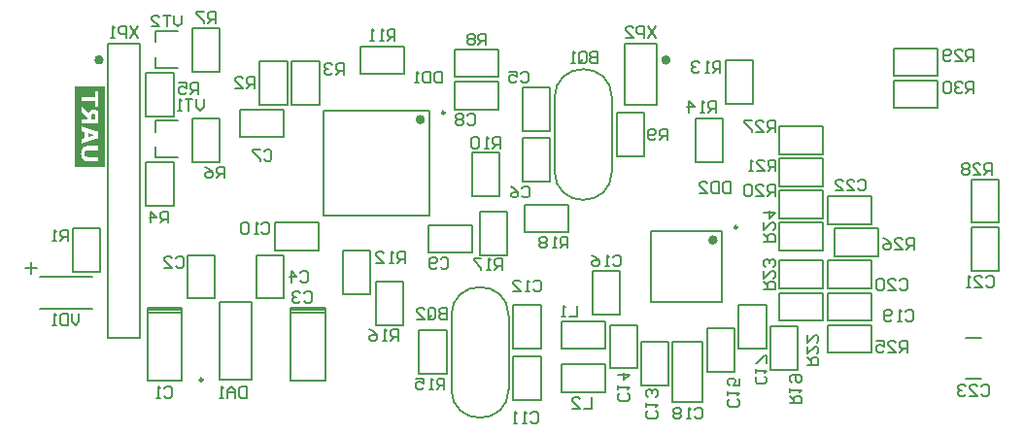
<source format=gbo>
G04*
G04 #@! TF.GenerationSoftware,Altium Limited,Altium Designer,22.11.1 (43)*
G04*
G04 Layer_Color=32896*
%FSLAX44Y44*%
%MOMM*%
G71*
G04*
G04 #@! TF.SameCoordinates,DE08DE9B-F6C2-4E1B-A14B-2B9FB2CCB798*
G04*
G04*
G04 #@! TF.FilePolarity,Positive*
G04*
G01*
G75*
%ADD10C,0.4000*%
%ADD11C,0.2000*%
%ADD13C,0.2500*%
G36*
X113000Y237000D02*
X87000D01*
Y307000D01*
X113000D01*
Y237000D01*
D02*
G37*
%LPC*%
G36*
X107624Y302347D02*
X92676D01*
X104732D01*
Y297673D01*
X92676D01*
Y293809D01*
X104732D01*
Y289135D01*
X107624D01*
Y302347D01*
D02*
G37*
G36*
Y288950D02*
D01*
Y281453D01*
X107601Y281776D01*
X107578Y282124D01*
X107555Y282494D01*
X107509Y282887D01*
X107463Y283257D01*
Y283304D01*
X107439Y283419D01*
X107393Y283604D01*
X107324Y283859D01*
X107231Y284137D01*
X107115Y284438D01*
X106976Y284738D01*
X106815Y285062D01*
X106791Y285109D01*
X106722Y285201D01*
X106606Y285363D01*
X106468Y285548D01*
X106259Y285756D01*
X106051Y285988D01*
X105796Y286219D01*
X105496Y286404D01*
X105449Y286427D01*
X105357Y286474D01*
X105195Y286566D01*
X104963Y286659D01*
X104663Y286751D01*
X104316Y286844D01*
X103945Y286890D01*
X103506Y286913D01*
X103483D01*
X103436D01*
X103344D01*
X103228D01*
X103089Y286890D01*
X102927Y286867D01*
X102557Y286821D01*
X102117Y286728D01*
X101678Y286589D01*
X101215Y286381D01*
X100798Y286127D01*
X100752Y286080D01*
X100636Y285988D01*
X100428Y285803D01*
X100197Y285571D01*
X99919Y285271D01*
X99618Y284877D01*
X99340Y284461D01*
X99063Y283951D01*
X92676Y288950D01*
Y284206D01*
X98160Y280133D01*
Y278398D01*
X92676D01*
Y274534D01*
X107624D01*
Y288950D01*
D02*
G37*
G36*
Y272405D02*
D01*
Y266875D01*
X92676Y272405D01*
Y268379D01*
X95684Y267337D01*
Y261830D01*
X92676Y260789D01*
Y256902D01*
X107624Y262409D01*
Y256902D01*
X92676D01*
X107624D01*
Y272405D01*
D02*
G37*
G36*
Y254981D02*
X97837D01*
X97628Y254958D01*
X97397Y254935D01*
X97142Y254888D01*
X96841Y254842D01*
X96517Y254773D01*
X96170Y254680D01*
X95823Y254564D01*
X95476Y254426D01*
X95129Y254264D01*
X94782Y254055D01*
X94435Y253824D01*
X94134Y253570D01*
X93833Y253269D01*
X93810Y253246D01*
X93764Y253199D01*
X93694Y253084D01*
X93602Y252945D01*
X93486Y252783D01*
X93371Y252551D01*
X93232Y252297D01*
X93116Y252019D01*
X92977Y251672D01*
X92838Y251302D01*
X92723Y250909D01*
X92607Y250469D01*
X92514Y249983D01*
X92445Y249451D01*
X92399Y248895D01*
X92376Y248294D01*
Y247970D01*
X92399Y247761D01*
X92422Y247484D01*
X92445Y247160D01*
X92491Y246813D01*
X92561Y246443D01*
X92723Y245633D01*
X92861Y245216D01*
X93000Y244800D01*
X93162Y244406D01*
X93347Y244013D01*
X93579Y243643D01*
X93833Y243319D01*
X93856Y243296D01*
X93903Y243249D01*
X93995Y243157D01*
X94111Y243064D01*
X94273Y242925D01*
X94458Y242787D01*
X94666Y242648D01*
X94921Y242486D01*
X95199Y242324D01*
X95522Y242185D01*
X95870Y242046D01*
X96240Y241907D01*
X96656Y241815D01*
X97096Y241722D01*
X97559Y241676D01*
X98068Y241653D01*
X107624D01*
Y254981D01*
D02*
G37*
%LPD*%
G36*
X103367Y282887D02*
X103668Y282818D01*
X103992Y282679D01*
X104015D01*
X104061Y282633D01*
X104130Y282586D01*
X104223Y282494D01*
X104339Y282378D01*
X104431Y282239D01*
X104547Y282077D01*
X104640Y281892D01*
Y281869D01*
X104663Y281823D01*
X104686Y281730D01*
X104709Y281638D01*
X104755Y281499D01*
X104778Y281337D01*
X104825Y280966D01*
Y280874D01*
X104848Y280758D01*
Y280457D01*
X104871Y280249D01*
Y278398D01*
X100868D01*
Y280087D01*
X100891Y280342D01*
Y280596D01*
X100914Y280851D01*
X100937Y281082D01*
Y281105D01*
X100960Y281198D01*
X100983Y281314D01*
X101030Y281453D01*
X101145Y281776D01*
X101354Y282124D01*
X101377Y282147D01*
X101400Y282193D01*
X101469Y282262D01*
X101562Y282355D01*
X101770Y282563D01*
X102025Y282725D01*
X102048D01*
X102094Y282748D01*
X102187Y282795D01*
X102302Y282818D01*
X102441Y282864D01*
X102626Y282887D01*
X102811Y282910D01*
X103043D01*
X103066D01*
X103135D01*
X103251D01*
X103367Y282887D01*
D02*
G37*
G36*
X103714Y264584D02*
X98438Y262756D01*
Y266412D01*
X103714Y264584D01*
D02*
G37*
G36*
X107624Y245517D02*
X98299D01*
X98276D01*
X98230D01*
X98160D01*
X98045D01*
X97767Y245563D01*
X97420Y245609D01*
X97027Y245679D01*
X96656Y245795D01*
X96286Y245957D01*
X95962Y246165D01*
X95939Y246188D01*
X95847Y246281D01*
X95731Y246443D01*
X95592Y246674D01*
X95453Y246975D01*
X95337Y247345D01*
X95245Y247785D01*
X95222Y248294D01*
Y248433D01*
X95245Y248525D01*
X95268Y248780D01*
X95314Y249104D01*
X95407Y249451D01*
X95522Y249798D01*
X95708Y250145D01*
X95939Y250422D01*
X95985Y250446D01*
X96078Y250538D01*
X96263Y250654D01*
X96517Y250770D01*
X96841Y250909D01*
X97258Y251001D01*
X97744Y251094D01*
X98299Y251117D01*
X107624D01*
Y245517D01*
D02*
G37*
D10*
X604000Y330000D02*
G03*
X604000Y330000I-2000J0D01*
G01*
X110000D02*
G03*
X110000Y330000I-2000J0D01*
G01*
X390000Y278000D02*
G03*
X390000Y278000I-2000J0D01*
G01*
X645000Y173000D02*
G03*
X645000Y173000I-2000J0D01*
G01*
D11*
X505000Y233000D02*
G03*
X555000Y233000I25000J0D01*
G01*
Y297000D02*
G03*
X505000Y297000I-25000J0D01*
G01*
X415000Y43000D02*
G03*
X465000Y43000I25000J0D01*
G01*
Y107000D02*
G03*
X415000Y107000I-25000J0D01*
G01*
X743000Y187000D02*
Y211000D01*
X781000D01*
Y187000D02*
Y211000D01*
X743000Y187000D02*
X781000D01*
X593970Y290630D02*
Y343970D01*
X566030D02*
X593970D01*
X566030Y290630D02*
X593970D01*
X566030D02*
Y343970D01*
X143970Y87430D02*
Y343970D01*
X116030D02*
X143970D01*
X116030Y87430D02*
X143970D01*
X116030D02*
Y343970D01*
X373000Y99000D02*
Y137000D01*
X349000D02*
X373000D01*
X349000Y99000D02*
Y137000D01*
Y99000D02*
X373000D01*
X555000Y233000D02*
Y297000D01*
X505000Y233000D02*
Y297000D01*
X396000Y194000D02*
Y286000D01*
X304000Y194000D02*
X396000D01*
X304000Y286000D02*
X396000D01*
X304000Y194000D02*
Y286000D01*
X395000Y186000D02*
X433000D01*
X395000Y162000D02*
Y186000D01*
Y162000D02*
X433000D01*
Y186000D01*
X231000Y263000D02*
Y287000D01*
X269000D01*
Y263000D02*
Y287000D01*
X231000Y263000D02*
X269000D01*
X248000Y291000D02*
X272000D01*
X248000D02*
Y329000D01*
X272000D01*
Y291000D02*
Y329000D01*
X477000Y268000D02*
X501000D01*
X477000D02*
Y306000D01*
X501000D01*
Y268000D02*
Y306000D01*
X477000Y262000D02*
X501000D01*
Y224000D02*
Y262000D01*
X477000Y224000D02*
X501000D01*
X477000D02*
Y262000D01*
X433000Y249000D02*
X457000D01*
Y211000D02*
Y249000D01*
X433000Y211000D02*
X457000D01*
X433000D02*
Y249000D01*
X456000Y287000D02*
Y311000D01*
X418000Y287000D02*
X456000D01*
X418000D02*
Y311000D01*
X456000D01*
X374000Y318000D02*
Y342000D01*
X336000Y318000D02*
X374000D01*
X336000D02*
Y342000D01*
X374000D01*
X276000Y291000D02*
X300000D01*
X276000D02*
Y329000D01*
X300000D01*
Y291000D02*
Y329000D01*
X559000Y246000D02*
Y284000D01*
Y246000D02*
X583000D01*
Y284000D01*
X559000D02*
X583000D01*
X261000Y164000D02*
Y188000D01*
X299000D01*
Y164000D02*
Y188000D01*
X261000Y164000D02*
X299000D01*
X320500D02*
X344500D01*
Y126000D02*
Y164000D01*
X320500Y126000D02*
X344500D01*
X320500D02*
Y164000D01*
X465000Y43000D02*
Y107000D01*
X415000Y43000D02*
Y107000D01*
X743000Y155000D02*
X781000D01*
X743000Y131000D02*
Y155000D01*
Y131000D02*
X781000D01*
Y155000D01*
X743000Y75000D02*
X781000D01*
Y99000D01*
X743000D02*
X781000D01*
X743000Y75000D02*
Y99000D01*
Y127000D02*
X781000D01*
X743000Y103000D02*
Y127000D01*
Y103000D02*
X781000D01*
Y127000D01*
X701000Y216000D02*
X739000D01*
X701000Y192000D02*
Y216000D01*
Y192000D02*
X739000D01*
Y216000D01*
X701000Y164000D02*
X739000D01*
Y188000D01*
X701000D02*
X739000D01*
X701000Y164000D02*
Y188000D01*
X749000Y183000D02*
X787000D01*
X749000Y159000D02*
Y183000D01*
Y159000D02*
X787000D01*
Y183000D01*
X701000Y155000D02*
X739000D01*
X701000Y131000D02*
Y155000D01*
Y131000D02*
X739000D01*
Y155000D01*
X440000Y160000D02*
Y198000D01*
Y160000D02*
X464000D01*
Y198000D01*
X440000D02*
X464000D01*
X604500Y46000D02*
Y84000D01*
X580500D02*
X604500D01*
X580500Y46000D02*
Y84000D01*
Y46000D02*
X604500D01*
X689500Y78500D02*
Y116500D01*
X665500D02*
X689500D01*
X665500Y78500D02*
Y116500D01*
Y78500D02*
X689500D01*
X863000Y88000D02*
X877000D01*
X863000Y52000D02*
X877000D01*
X693000Y60000D02*
Y98000D01*
Y60000D02*
X717000D01*
Y98000D01*
X693000D02*
X717000D01*
X549000Y40500D02*
Y64500D01*
X511000Y40500D02*
X549000D01*
X511000Y64500D02*
X549000D01*
X511000Y40500D02*
Y64500D01*
X549000Y78000D02*
Y102000D01*
X511000Y78000D02*
X549000D01*
X511000Y102000D02*
X549000D01*
X511000Y78000D02*
Y102000D01*
X608000Y84000D02*
X634000D01*
Y32000D02*
Y84000D01*
X608000Y32000D02*
X634000D01*
X608000D02*
Y84000D01*
X662000Y58000D02*
Y96000D01*
X638000D02*
X662000D01*
X638000Y58000D02*
Y96000D01*
Y58000D02*
X662000D01*
X577000Y61000D02*
Y99000D01*
X553000D02*
X577000D01*
X553000Y61000D02*
Y99000D01*
Y61000D02*
X577000D01*
X493000Y78500D02*
Y116500D01*
X469000D02*
X493000D01*
X469000Y78500D02*
Y116500D01*
Y78500D02*
X493000D01*
X562000Y108000D02*
Y146000D01*
X538000D02*
X562000D01*
X538000Y108000D02*
Y146000D01*
Y108000D02*
X562000D01*
X411000Y56000D02*
Y94000D01*
X387000D02*
X411000D01*
X387000Y56000D02*
Y94000D01*
Y56000D02*
X411000D01*
X469000Y33500D02*
Y71500D01*
Y33500D02*
X493000D01*
Y71500D01*
X469000D02*
X493000D01*
X157039Y267528D02*
Y277028D01*
Y244972D02*
Y254472D01*
Y244972D02*
X176539D01*
X157039Y277028D02*
X176539D01*
X173000Y203000D02*
Y241000D01*
X149000D02*
X173000D01*
X149000Y203000D02*
Y241000D01*
Y203000D02*
X173000D01*
X245000Y122000D02*
Y160000D01*
Y122000D02*
X269000D01*
Y160000D01*
X245000D02*
X269000D01*
X185000Y122000D02*
Y160000D01*
Y122000D02*
X209000D01*
Y160000D01*
X185000D02*
X209000D01*
X275000Y110000D02*
X305000D01*
X275000Y112000D02*
X305000D01*
X275000Y50000D02*
X305000D01*
X275000D02*
Y114000D01*
X305000Y50000D02*
Y114000D01*
X275000D02*
X305000D01*
X189000Y241000D02*
Y279000D01*
Y241000D02*
X213000D01*
Y279000D01*
X189000D02*
X213000D01*
X189000Y320000D02*
Y358000D01*
Y320000D02*
X213000D01*
Y358000D01*
X189000D02*
X213000D01*
X701000Y244000D02*
X739000D01*
X701000Y220000D02*
Y244000D01*
Y220000D02*
X739000D01*
Y244000D01*
X701000Y248000D02*
X739000D01*
Y272000D01*
X701000D02*
X739000D01*
X701000Y248000D02*
Y272000D01*
X868000Y188000D02*
Y226000D01*
Y188000D02*
X892000D01*
Y226000D01*
X868000D02*
X892000D01*
Y146000D02*
Y184000D01*
X868000D02*
X892000D01*
X868000Y146000D02*
Y184000D01*
Y146000D02*
X892000D01*
X651000Y119000D02*
Y181000D01*
X589000Y181000D02*
X651000D01*
X589000Y119000D02*
X651000D01*
X589000Y119000D02*
Y181000D01*
X479000Y180000D02*
X517000D01*
Y204000D01*
X479000D02*
X517000D01*
X479000Y180000D02*
Y204000D01*
X801000Y288000D02*
X839000D01*
Y312000D01*
X801000D02*
X839000D01*
X801000Y288000D02*
Y312000D01*
X654000Y292000D02*
X678000D01*
X654000D02*
Y330000D01*
X678000D01*
Y292000D02*
Y330000D01*
X628000Y241000D02*
X652000D01*
X628000D02*
Y279000D01*
X652000D01*
Y241000D02*
Y279000D01*
X418000Y315000D02*
X456000D01*
Y339000D01*
X418000D02*
X456000D01*
X418000Y315000D02*
Y339000D01*
X739000Y103000D02*
Y127000D01*
X701000Y103000D02*
X739000D01*
X701000D02*
Y127000D01*
X739000D01*
X150000Y110000D02*
X180000D01*
X150000Y112000D02*
X180000D01*
X150000Y50000D02*
X180000D01*
X150000D02*
Y114000D01*
X180000Y50000D02*
Y114000D01*
X150000D02*
X180000D01*
X56000Y113000D02*
X102000D01*
X43960Y148260D02*
X54120D01*
X49040Y143180D02*
Y153340D01*
X56000Y141000D02*
X102000D01*
X801000Y316000D02*
X839000D01*
Y340000D01*
X801000D02*
X839000D01*
X801000Y316000D02*
Y340000D01*
X213000Y51000D02*
X241000D01*
Y119000D01*
X213000Y51000D02*
Y119000D01*
X241000D01*
X85000Y145000D02*
X109000D01*
X85000D02*
Y183000D01*
X109000D01*
Y145000D02*
Y183000D01*
X157039Y355028D02*
X176539D01*
X157039Y322972D02*
X176539D01*
X157039D02*
Y332472D01*
Y345528D02*
Y355028D01*
X173000Y281000D02*
Y319000D01*
X149000D02*
X173000D01*
X149000Y281000D02*
Y319000D01*
Y281000D02*
X173000D01*
X368496Y85002D02*
Y94998D01*
X363498D01*
X361832Y93332D01*
Y90000D01*
X363498Y88334D01*
X368496D01*
X365164D02*
X361832Y85002D01*
X358499D02*
X355167D01*
X356833D01*
Y94998D01*
X358499Y93332D01*
X343504Y94998D02*
X346836Y93332D01*
X350168Y90000D01*
Y86668D01*
X348502Y85002D01*
X345170D01*
X343504Y86668D01*
Y88334D01*
X345170Y90000D01*
X350168D01*
X805665Y137332D02*
X807331Y138998D01*
X810663D01*
X812329Y137332D01*
Y130668D01*
X810663Y129002D01*
X807331D01*
X805665Y130668D01*
X795668Y129002D02*
X802332D01*
X795668Y135666D01*
Y137332D01*
X797334Y138998D01*
X800666D01*
X802332Y137332D01*
X792336D02*
X790669Y138998D01*
X787337D01*
X785671Y137332D01*
Y130668D01*
X787337Y129002D01*
X790669D01*
X792336Y130668D01*
Y137332D01*
X812329Y75002D02*
Y84998D01*
X807331D01*
X805665Y83332D01*
Y80000D01*
X807331Y78334D01*
X812329D01*
X808997D02*
X805665Y75002D01*
X795668D02*
X802332D01*
X795668Y81666D01*
Y83332D01*
X797334Y84998D01*
X800666D01*
X802332Y83332D01*
X785671Y84998D02*
X792336D01*
Y80000D01*
X789003Y81666D01*
X787337D01*
X785671Y80000D01*
Y76668D01*
X787337Y75002D01*
X790669D01*
X792336Y76668D01*
X810831Y110332D02*
X812498Y111998D01*
X815830D01*
X817496Y110332D01*
Y103668D01*
X815830Y102002D01*
X812498D01*
X810831Y103668D01*
X807499Y102002D02*
X804167D01*
X805833D01*
Y111998D01*
X807499Y110332D01*
X799168Y103668D02*
X797502Y102002D01*
X794170D01*
X792504Y103668D01*
Y110332D01*
X794170Y111998D01*
X797502D01*
X799168Y110332D01*
Y108666D01*
X797502Y107000D01*
X792504D01*
X593329Y358998D02*
X586665Y349002D01*
Y358998D02*
X593329Y349002D01*
X583332D02*
Y358998D01*
X578334D01*
X576668Y357332D01*
Y354000D01*
X578334Y352334D01*
X583332D01*
X566671Y349002D02*
X573335D01*
X566671Y355666D01*
Y357332D01*
X568337Y358998D01*
X571669D01*
X573335Y357332D01*
X141663Y358998D02*
X134998Y349002D01*
Y358998D02*
X141663Y349002D01*
X131666D02*
Y358998D01*
X126668D01*
X125002Y357332D01*
Y354000D01*
X126668Y352334D01*
X131666D01*
X121669Y349002D02*
X118337D01*
X120003D01*
Y358998D01*
X121669Y357332D01*
X876665Y45332D02*
X878331Y46998D01*
X881663D01*
X883329Y45332D01*
Y38668D01*
X881663Y37002D01*
X878331D01*
X876665Y38668D01*
X866668Y37002D02*
X873332D01*
X866668Y43666D01*
Y45332D01*
X868334Y46998D01*
X871666D01*
X873332Y45332D01*
X863335D02*
X861669Y46998D01*
X858337D01*
X856671Y45332D01*
Y43666D01*
X858337Y42000D01*
X860003D01*
X858337D01*
X856671Y40334D01*
Y38668D01*
X858337Y37002D01*
X861669D01*
X863335Y38668D01*
X286666Y126332D02*
X288332Y127998D01*
X291665D01*
X293331Y126332D01*
Y119668D01*
X291665Y118002D01*
X288332D01*
X286666Y119668D01*
X283334Y126332D02*
X281668Y127998D01*
X278335D01*
X276669Y126332D01*
Y124666D01*
X278335Y123000D01*
X280002D01*
X278335D01*
X276669Y121334D01*
Y119668D01*
X278335Y118002D01*
X281668D01*
X283334Y119668D01*
X165000Y43332D02*
X166666Y44998D01*
X169998D01*
X171665Y43332D01*
Y36668D01*
X169998Y35002D01*
X166666D01*
X165000Y36668D01*
X161668Y35002D02*
X158336D01*
X160002D01*
Y44998D01*
X161668Y43332D01*
X603331Y260002D02*
Y269998D01*
X598332D01*
X596666Y268332D01*
Y265000D01*
X598332Y263334D01*
X603331D01*
X599998D02*
X596666Y260002D01*
X593334Y261668D02*
X591668Y260002D01*
X588335D01*
X586669Y261668D01*
Y268332D01*
X588335Y269998D01*
X591668D01*
X593334Y268332D01*
Y266666D01*
X591668Y265000D01*
X586669D01*
X645496Y284002D02*
Y293998D01*
X640498D01*
X638831Y292332D01*
Y289000D01*
X640498Y287334D01*
X645496D01*
X642164D02*
X638831Y284002D01*
X635499D02*
X632167D01*
X633833D01*
Y293998D01*
X635499Y292332D01*
X622170Y284002D02*
Y293998D01*
X627169Y289000D01*
X620504D01*
X649496Y319002D02*
Y328998D01*
X644498D01*
X642831Y327332D01*
Y324000D01*
X644498Y322334D01*
X649496D01*
X646164D02*
X642831Y319002D01*
X639499D02*
X636167D01*
X637833D01*
Y328998D01*
X639499Y327332D01*
X631169D02*
X629502Y328998D01*
X626170D01*
X624504Y327332D01*
Y325666D01*
X626170Y324000D01*
X627836D01*
X626170D01*
X624504Y322334D01*
Y320668D01*
X626170Y319002D01*
X629502D01*
X631169Y320668D01*
X445331Y343002D02*
Y352998D01*
X440332D01*
X438666Y351332D01*
Y348000D01*
X440332Y346334D01*
X445331D01*
X441998D02*
X438666Y343002D01*
X435334Y351332D02*
X433668Y352998D01*
X430336D01*
X428669Y351332D01*
Y349666D01*
X430336Y348000D01*
X428669Y346334D01*
Y344668D01*
X430336Y343002D01*
X433668D01*
X435334Y344668D01*
Y346334D01*
X433668Y348000D01*
X435334Y349666D01*
Y351332D01*
X433668Y348000D02*
X430336D01*
X80665Y172002D02*
Y181998D01*
X75666D01*
X74000Y180332D01*
Y177000D01*
X75666Y175334D01*
X80665D01*
X77332D02*
X74000Y172002D01*
X70668D02*
X67336D01*
X69002D01*
Y181998D01*
X70668Y180332D01*
X687002Y129671D02*
X696998D01*
Y134669D01*
X695332Y136335D01*
X692000D01*
X690334Y134669D01*
Y129671D01*
Y133003D02*
X687002Y136335D01*
Y146332D02*
Y139668D01*
X693666Y146332D01*
X695332D01*
X696998Y144666D01*
Y141334D01*
X695332Y139668D01*
Y149664D02*
X696998Y151331D01*
Y154663D01*
X695332Y156329D01*
X693666D01*
X692000Y154663D01*
Y152997D01*
Y154663D01*
X690334Y156329D01*
X688668D01*
X687002Y154663D01*
Y151331D01*
X688668Y149664D01*
X180329Y368998D02*
Y362334D01*
X176997Y359002D01*
X173664Y362334D01*
Y368998D01*
X170332D02*
X163668D01*
X167000D01*
Y359002D01*
X153671D02*
X160336D01*
X153671Y365666D01*
Y367332D01*
X155337Y368998D01*
X158669D01*
X160336Y367332D01*
X199663Y295998D02*
Y289334D01*
X196331Y286002D01*
X192998Y289334D01*
Y295998D01*
X189666D02*
X183002D01*
X186334D01*
Y286002D01*
X179669D02*
X176337D01*
X178003D01*
Y295998D01*
X179669Y294332D01*
X90663Y108998D02*
Y102334D01*
X87331Y99002D01*
X83998Y102334D01*
Y108998D01*
X80666D02*
Y99002D01*
X75668D01*
X74002Y100668D01*
Y107332D01*
X75668Y108998D01*
X80666D01*
X70669Y99002D02*
X67337D01*
X69003D01*
Y108998D01*
X70669Y107332D01*
X870329Y301002D02*
Y310998D01*
X865331D01*
X863664Y309332D01*
Y306000D01*
X865331Y304334D01*
X870329D01*
X866997D02*
X863664Y301002D01*
X860332Y309332D02*
X858666Y310998D01*
X855334D01*
X853668Y309332D01*
Y307666D01*
X855334Y306000D01*
X857000D01*
X855334D01*
X853668Y304334D01*
Y302668D01*
X855334Y301002D01*
X858666D01*
X860332Y302668D01*
X850335Y309332D02*
X848669Y310998D01*
X845337D01*
X843671Y309332D01*
Y302668D01*
X845337Y301002D01*
X848669D01*
X850335Y302668D01*
Y309332D01*
X870329Y329002D02*
Y338998D01*
X865331D01*
X863664Y337332D01*
Y334000D01*
X865331Y332334D01*
X870329D01*
X866997D02*
X863664Y329002D01*
X853668D02*
X860332D01*
X853668Y335666D01*
Y337332D01*
X855334Y338998D01*
X858666D01*
X860332Y337332D01*
X850335Y330668D02*
X848669Y329002D01*
X845337D01*
X843671Y330668D01*
Y337332D01*
X845337Y338998D01*
X848669D01*
X850335Y337332D01*
Y335666D01*
X848669Y334000D01*
X843671D01*
X886329Y230002D02*
Y239998D01*
X881331D01*
X879665Y238332D01*
Y235000D01*
X881331Y233334D01*
X886329D01*
X882997D02*
X879665Y230002D01*
X869668D02*
X876332D01*
X869668Y236666D01*
Y238332D01*
X871334Y239998D01*
X874666D01*
X876332Y238332D01*
X866336D02*
X864669Y239998D01*
X861337D01*
X859671Y238332D01*
Y236666D01*
X861337Y235000D01*
X859671Y233334D01*
Y231668D01*
X861337Y230002D01*
X864669D01*
X866336Y231668D01*
Y233334D01*
X864669Y235000D01*
X866336Y236666D01*
Y238332D01*
X864669Y235000D02*
X861337D01*
X697329Y267002D02*
Y276998D01*
X692331D01*
X690665Y275332D01*
Y272000D01*
X692331Y270334D01*
X697329D01*
X693997D02*
X690665Y267002D01*
X680668D02*
X687332D01*
X680668Y273666D01*
Y275332D01*
X682334Y276998D01*
X685666D01*
X687332Y275332D01*
X677336Y276998D02*
X670671D01*
Y275332D01*
X677336Y268668D01*
Y267002D01*
X818329Y165002D02*
Y174998D01*
X813331D01*
X811665Y173332D01*
Y170000D01*
X813331Y168334D01*
X818329D01*
X814997D02*
X811665Y165002D01*
X801668D02*
X808332D01*
X801668Y171666D01*
Y173332D01*
X803334Y174998D01*
X806666D01*
X808332Y173332D01*
X791671Y174998D02*
X795003Y173332D01*
X798335Y170000D01*
Y166668D01*
X796669Y165002D01*
X793337D01*
X791671Y166668D01*
Y168334D01*
X793337Y170000D01*
X798335D01*
X687002Y171671D02*
X696998D01*
Y176669D01*
X695332Y178335D01*
X692000D01*
X690334Y176669D01*
Y171671D01*
Y175003D02*
X687002Y178335D01*
Y188332D02*
Y181668D01*
X693666Y188332D01*
X695332D01*
X696998Y186666D01*
Y183334D01*
X695332Y181668D01*
X687002Y196663D02*
X696998D01*
X692000Y191665D01*
Y198329D01*
X725002Y63671D02*
X734998D01*
Y68669D01*
X733332Y70335D01*
X730000D01*
X728334Y68669D01*
Y63671D01*
Y67003D02*
X725002Y70335D01*
Y80332D02*
Y73668D01*
X731666Y80332D01*
X733332D01*
X734998Y78666D01*
Y75334D01*
X733332Y73668D01*
X725002Y90329D02*
Y83665D01*
X731666Y90329D01*
X733332D01*
X734998Y88663D01*
Y85331D01*
X733332Y83665D01*
X697663Y233002D02*
Y242998D01*
X692664D01*
X690998Y241332D01*
Y238000D01*
X692664Y236334D01*
X697663D01*
X694331D02*
X690998Y233002D01*
X681002D02*
X687666D01*
X681002Y239666D01*
Y241332D01*
X682668Y242998D01*
X686000D01*
X687666Y241332D01*
X677669Y233002D02*
X674337D01*
X676003D01*
Y242998D01*
X677669Y241332D01*
X697329Y211002D02*
Y220998D01*
X692331D01*
X690665Y219332D01*
Y216000D01*
X692331Y214334D01*
X697329D01*
X693997D02*
X690665Y211002D01*
X680668D02*
X687332D01*
X680668Y217666D01*
Y219332D01*
X682334Y220998D01*
X685666D01*
X687332Y219332D01*
X677336D02*
X675669Y220998D01*
X672337D01*
X670671Y219332D01*
Y212668D01*
X672337Y211002D01*
X675669D01*
X677336Y212668D01*
Y219332D01*
X710002Y30504D02*
X719998D01*
Y35502D01*
X718332Y37169D01*
X715000D01*
X713334Y35502D01*
Y30504D01*
Y33836D02*
X710002Y37169D01*
Y40501D02*
Y43833D01*
Y42167D01*
X719998D01*
X718332Y40501D01*
X711668Y48832D02*
X710002Y50498D01*
Y53830D01*
X711668Y55496D01*
X718332D01*
X719998Y53830D01*
Y50498D01*
X718332Y48832D01*
X716666D01*
X715000Y50498D01*
Y55496D01*
X516496Y166002D02*
Y175998D01*
X511498D01*
X509832Y174332D01*
Y171000D01*
X511498Y169334D01*
X516496D01*
X513164D02*
X509832Y166002D01*
X506499D02*
X503167D01*
X504833D01*
Y175998D01*
X506499Y174332D01*
X498168D02*
X496502Y175998D01*
X493170D01*
X491504Y174332D01*
Y172666D01*
X493170Y171000D01*
X491504Y169334D01*
Y167668D01*
X493170Y166002D01*
X496502D01*
X498168Y167668D01*
Y169334D01*
X496502Y171000D01*
X498168Y172666D01*
Y174332D01*
X496502Y171000D02*
X493170D01*
X459496Y147002D02*
Y156998D01*
X454498D01*
X452831Y155332D01*
Y152000D01*
X454498Y150334D01*
X459496D01*
X456164D02*
X452831Y147002D01*
X449499D02*
X446167D01*
X447833D01*
Y156998D01*
X449499Y155332D01*
X441169Y156998D02*
X434504D01*
Y155332D01*
X441169Y148668D01*
Y147002D01*
X408996Y42502D02*
Y52498D01*
X403998D01*
X402332Y50832D01*
Y47500D01*
X403998Y45834D01*
X408996D01*
X405664D02*
X402332Y42502D01*
X398999D02*
X395667D01*
X397333D01*
Y52498D01*
X398999Y50832D01*
X384004Y52498D02*
X390669D01*
Y47500D01*
X387336Y49166D01*
X385670D01*
X384004Y47500D01*
Y44168D01*
X385670Y42502D01*
X389002D01*
X390669Y44168D01*
X374496Y153002D02*
Y162998D01*
X369498D01*
X367831Y161332D01*
Y158000D01*
X369498Y156334D01*
X374496D01*
X371164D02*
X367831Y153002D01*
X364499D02*
X361167D01*
X362833D01*
Y162998D01*
X364499Y161332D01*
X349504Y153002D02*
X356169D01*
X349504Y159666D01*
Y161332D01*
X351170Y162998D01*
X354502D01*
X356169Y161332D01*
X365830Y347002D02*
Y356998D01*
X360831D01*
X359165Y355332D01*
Y352000D01*
X360831Y350334D01*
X365830D01*
X362498D02*
X359165Y347002D01*
X355833D02*
X352501D01*
X354167D01*
Y356998D01*
X355833Y355332D01*
X347503Y347002D02*
X344170D01*
X345836D01*
Y356998D01*
X347503Y355332D01*
X457496Y253002D02*
Y262998D01*
X452498D01*
X450831Y261332D01*
Y258000D01*
X452498Y256334D01*
X457496D01*
X454164D02*
X450831Y253002D01*
X447499D02*
X444167D01*
X445833D01*
Y262998D01*
X447499Y261332D01*
X439169D02*
X437502Y262998D01*
X434170D01*
X432504Y261332D01*
Y254668D01*
X434170Y253002D01*
X437502D01*
X439169Y254668D01*
Y261332D01*
X209331Y362002D02*
Y371998D01*
X204332D01*
X202666Y370332D01*
Y367000D01*
X204332Y365334D01*
X209331D01*
X205998D02*
X202666Y362002D01*
X199334Y371998D02*
X192669D01*
Y370332D01*
X199334Y363668D01*
Y362002D01*
X217331Y227002D02*
Y236998D01*
X212332D01*
X210666Y235332D01*
Y232000D01*
X212332Y230334D01*
X217331D01*
X213998D02*
X210666Y227002D01*
X200669Y236998D02*
X204002Y235332D01*
X207334Y232000D01*
Y228668D01*
X205668Y227002D01*
X202335D01*
X200669Y228668D01*
Y230334D01*
X202335Y232000D01*
X207334D01*
X194331Y300002D02*
Y309998D01*
X189332D01*
X187666Y308332D01*
Y305000D01*
X189332Y303334D01*
X194331D01*
X190998D02*
X187666Y300002D01*
X177669Y309998D02*
X184334D01*
Y305000D01*
X181002Y306666D01*
X179335D01*
X177669Y305000D01*
Y301668D01*
X179335Y300002D01*
X182668D01*
X184334Y301668D01*
X168331Y188002D02*
Y197998D01*
X163332D01*
X161666Y196332D01*
Y193000D01*
X163332Y191334D01*
X168331D01*
X164998D02*
X161666Y188002D01*
X153336D02*
Y197998D01*
X158334Y193000D01*
X151669D01*
X321331Y317002D02*
Y326998D01*
X316332D01*
X314666Y325332D01*
Y322000D01*
X316332Y320334D01*
X321331D01*
X317998D02*
X314666Y317002D01*
X311334Y325332D02*
X309668Y326998D01*
X306336D01*
X304669Y325332D01*
Y323666D01*
X306336Y322000D01*
X308002D01*
X306336D01*
X304669Y320334D01*
Y318668D01*
X306336Y317002D01*
X309668D01*
X311334Y318668D01*
X243331Y305002D02*
Y314998D01*
X238332D01*
X236666Y313332D01*
Y310000D01*
X238332Y308334D01*
X243331D01*
X239998D02*
X236666Y305002D01*
X226669D02*
X233334D01*
X226669Y311666D01*
Y313332D01*
X228335Y314998D01*
X231668D01*
X233334Y313332D01*
X537331Y35998D02*
Y26002D01*
X530666D01*
X520669D02*
X527334D01*
X520669Y32666D01*
Y34332D01*
X522336Y35998D01*
X525668D01*
X527334Y34332D01*
X524664Y115998D02*
Y106002D01*
X518000D01*
X514668D02*
X511335D01*
X513002D01*
Y115998D01*
X514668Y114332D01*
X658329Y223998D02*
Y214002D01*
X653331D01*
X651665Y215668D01*
Y222332D01*
X653331Y223998D01*
X658329D01*
X648332D02*
Y214002D01*
X643334D01*
X641668Y215668D01*
Y222332D01*
X643334Y223998D01*
X648332D01*
X631671Y214002D02*
X638335D01*
X631671Y220666D01*
Y222332D01*
X633337Y223998D01*
X636669D01*
X638335Y222332D01*
X406663Y319998D02*
Y310002D01*
X401665D01*
X399998Y311668D01*
Y318332D01*
X401665Y319998D01*
X406663D01*
X396666D02*
Y310002D01*
X391668D01*
X390002Y311668D01*
Y318332D01*
X391668Y319998D01*
X396666D01*
X386669Y310002D02*
X383337D01*
X385003D01*
Y319998D01*
X386669Y318332D01*
X236663Y44998D02*
Y35002D01*
X231665D01*
X229998Y36668D01*
Y43332D01*
X231665Y44998D01*
X236663D01*
X226666Y35002D02*
Y41666D01*
X223334Y44998D01*
X220002Y41666D01*
Y35002D01*
Y40000D01*
X226666D01*
X216669Y35002D02*
X213337D01*
X215003D01*
Y44998D01*
X216669Y43332D01*
X769665Y224332D02*
X771331Y225998D01*
X774663D01*
X776329Y224332D01*
Y217668D01*
X774663Y216002D01*
X771331D01*
X769665Y217668D01*
X759668Y216002D02*
X766332D01*
X759668Y222666D01*
Y224332D01*
X761334Y225998D01*
X764666D01*
X766332Y224332D01*
X749671Y216002D02*
X756336D01*
X749671Y222666D01*
Y224332D01*
X751337Y225998D01*
X754669D01*
X756336Y224332D01*
X880998Y140332D02*
X882664Y141998D01*
X885997D01*
X887663Y140332D01*
Y133668D01*
X885997Y132002D01*
X882664D01*
X880998Y133668D01*
X871002Y132002D02*
X877666D01*
X871002Y138666D01*
Y140332D01*
X872668Y141998D01*
X876000D01*
X877666Y140332D01*
X867669Y132002D02*
X864337D01*
X866003D01*
Y141998D01*
X867669Y140332D01*
X626832Y25332D02*
X628498Y26998D01*
X631830D01*
X633496Y25332D01*
Y18668D01*
X631830Y17002D01*
X628498D01*
X626832Y18668D01*
X623499Y17002D02*
X620167D01*
X621833D01*
Y26998D01*
X623499Y25332D01*
X615169D02*
X613503Y26998D01*
X610170D01*
X608504Y25332D01*
Y23666D01*
X610170Y22000D01*
X608504Y20334D01*
Y18668D01*
X610170Y17002D01*
X613503D01*
X615169Y18668D01*
Y20334D01*
X613503Y22000D01*
X615169Y23666D01*
Y25332D01*
X613503Y22000D02*
X610170D01*
X688332Y54169D02*
X689998Y52502D01*
Y49170D01*
X688332Y47504D01*
X681668D01*
X680002Y49170D01*
Y52502D01*
X681668Y54169D01*
X680002Y57501D02*
Y60833D01*
Y59167D01*
X689998D01*
X688332Y57501D01*
X689998Y65831D02*
Y72496D01*
X688332D01*
X681668Y65831D01*
X680002D01*
X664332Y34169D02*
X665998Y32502D01*
Y29170D01*
X664332Y27504D01*
X657668D01*
X656002Y29170D01*
Y32502D01*
X657668Y34169D01*
X656002Y37501D02*
Y40833D01*
Y39167D01*
X665998D01*
X664332Y37501D01*
X665998Y52496D02*
Y45831D01*
X661000D01*
X662666Y49164D01*
Y50830D01*
X661000Y52496D01*
X657668D01*
X656002Y50830D01*
Y47498D01*
X657668Y45831D01*
X555831Y158332D02*
X557498Y159998D01*
X560830D01*
X562496Y158332D01*
Y151668D01*
X560830Y150002D01*
X557498D01*
X555831Y151668D01*
X552499Y150002D02*
X549167D01*
X550833D01*
Y159998D01*
X552499Y158332D01*
X537504Y159998D02*
X540836Y158332D01*
X544169Y155000D01*
Y151668D01*
X542502Y150002D01*
X539170D01*
X537504Y151668D01*
Y153334D01*
X539170Y155000D01*
X544169D01*
X568332Y39169D02*
X569999Y37502D01*
Y34170D01*
X568332Y32504D01*
X561668D01*
X560002Y34170D01*
Y37502D01*
X561668Y39169D01*
X560002Y42501D02*
Y45833D01*
Y44167D01*
X569999D01*
X568332Y42501D01*
X560002Y55830D02*
X569999D01*
X565000Y50831D01*
Y57496D01*
X593332Y24169D02*
X594999Y22502D01*
Y19170D01*
X593332Y17504D01*
X586668D01*
X585002Y19170D01*
Y22502D01*
X586668Y24169D01*
X585002Y27501D02*
Y30833D01*
Y29167D01*
X594999D01*
X593332Y27501D01*
Y35831D02*
X594999Y37498D01*
Y40830D01*
X593332Y42496D01*
X591666D01*
X590000Y40830D01*
Y39164D01*
Y40830D01*
X588334Y42496D01*
X586668D01*
X585002Y40830D01*
Y37498D01*
X586668Y35831D01*
X486832Y136332D02*
X488498Y137998D01*
X491830D01*
X493496Y136332D01*
Y129668D01*
X491830Y128002D01*
X488498D01*
X486832Y129668D01*
X483499Y128002D02*
X480167D01*
X481833D01*
Y137998D01*
X483499Y136332D01*
X468504Y128002D02*
X475168D01*
X468504Y134666D01*
Y136332D01*
X470170Y137998D01*
X473502D01*
X475168Y136332D01*
X484165Y21332D02*
X485831Y22998D01*
X489164D01*
X490830Y21332D01*
Y14668D01*
X489164Y13002D01*
X485831D01*
X484165Y14668D01*
X480833Y13002D02*
X477501D01*
X479167D01*
Y22998D01*
X480833Y21332D01*
X472502Y13002D02*
X469170D01*
X470836D01*
Y22998D01*
X472502Y21332D01*
X249832Y186332D02*
X251498Y187998D01*
X254830D01*
X256496Y186332D01*
Y179668D01*
X254830Y178002D01*
X251498D01*
X249832Y179668D01*
X246499Y178002D02*
X243167D01*
X244833D01*
Y187998D01*
X246499Y186332D01*
X238169D02*
X236502Y187998D01*
X233170D01*
X231504Y186332D01*
Y179668D01*
X233170Y178002D01*
X236502D01*
X238169Y179668D01*
Y186332D01*
X405666Y156332D02*
X407332Y157998D01*
X410664D01*
X412331Y156332D01*
Y149668D01*
X410664Y148002D01*
X407332D01*
X405666Y149668D01*
X402334D02*
X400668Y148002D01*
X397336D01*
X395669Y149668D01*
Y156332D01*
X397336Y157998D01*
X400668D01*
X402334Y156332D01*
Y154666D01*
X400668Y153000D01*
X395669D01*
X428666Y281332D02*
X430332Y282998D01*
X433665D01*
X435331Y281332D01*
Y274668D01*
X433665Y273002D01*
X430332D01*
X428666Y274668D01*
X425334Y281332D02*
X423668Y282998D01*
X420336D01*
X418669Y281332D01*
Y279666D01*
X420336Y278000D01*
X418669Y276334D01*
Y274668D01*
X420336Y273002D01*
X423668D01*
X425334Y274668D01*
Y276334D01*
X423668Y278000D01*
X425334Y279666D01*
Y281332D01*
X423668Y278000D02*
X420336D01*
X476666Y218332D02*
X478332Y219998D01*
X481665D01*
X483331Y218332D01*
Y211668D01*
X481665Y210002D01*
X478332D01*
X476666Y211668D01*
X466669Y219998D02*
X470002Y218332D01*
X473334Y215000D01*
Y211668D01*
X471668Y210002D01*
X468335D01*
X466669Y211668D01*
Y213334D01*
X468335Y215000D01*
X473334D01*
X475666Y318332D02*
X477332Y319998D01*
X480664D01*
X482331Y318332D01*
Y311668D01*
X480664Y310002D01*
X477332D01*
X475666Y311668D01*
X465669Y319998D02*
X472334D01*
Y315000D01*
X469002Y316666D01*
X467336D01*
X465669Y315000D01*
Y311668D01*
X467336Y310002D01*
X470668D01*
X472334Y311668D01*
X251666Y250332D02*
X253332Y251998D01*
X256665D01*
X258331Y250332D01*
Y243668D01*
X256665Y242002D01*
X253332D01*
X251666Y243668D01*
X248334Y251998D02*
X241669D01*
Y250332D01*
X248334Y243668D01*
Y242002D01*
X283666Y144332D02*
X285332Y145998D01*
X288664D01*
X290331Y144332D01*
Y137668D01*
X288664Y136002D01*
X285332D01*
X283666Y137668D01*
X275336Y136002D02*
Y145998D01*
X280334Y141000D01*
X273669D01*
X174666Y157332D02*
X176332Y158998D01*
X179664D01*
X181331Y157332D01*
Y150668D01*
X179664Y149002D01*
X176332D01*
X174666Y150668D01*
X164669Y149002D02*
X171334D01*
X164669Y155666D01*
Y157332D01*
X166336Y158998D01*
X169668D01*
X171334Y157332D01*
X411329Y113998D02*
Y104002D01*
X406331D01*
X404664Y105668D01*
Y107334D01*
X406331Y109000D01*
X411329D01*
X406331D01*
X404664Y110666D01*
Y112332D01*
X406331Y113998D01*
X411329D01*
X394668Y105668D02*
Y112332D01*
X396334Y113998D01*
X399666D01*
X401332Y112332D01*
Y105668D01*
X399666Y104002D01*
X396334D01*
X398000Y107334D02*
X394668Y104002D01*
X396334D02*
X394668Y105668D01*
X384671Y104002D02*
X391335D01*
X384671Y110666D01*
Y112332D01*
X386337Y113998D01*
X389669D01*
X391335Y112332D01*
X542663Y336998D02*
Y327002D01*
X537664D01*
X535998Y328668D01*
Y330334D01*
X537664Y332000D01*
X542663D01*
X537664D01*
X535998Y333666D01*
Y335332D01*
X537664Y336998D01*
X542663D01*
X526002Y328668D02*
Y335332D01*
X527668Y336998D01*
X531000D01*
X532666Y335332D01*
Y328668D01*
X531000Y327002D01*
X527668D01*
X529334Y330334D02*
X526002Y327002D01*
X527668D02*
X526002Y328668D01*
X522669Y327002D02*
X519337D01*
X521003D01*
Y336998D01*
X522669Y335332D01*
D13*
X409250Y284000D02*
G03*
X409250Y284000I-1250J0D01*
G01*
X664250Y184000D02*
G03*
X664250Y184000I-1250J0D01*
G01*
X198250Y51000D02*
G03*
X198250Y51000I-1250J0D01*
G01*
M02*

</source>
